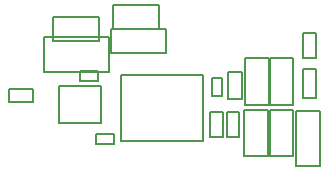
<source format=gbr>
G04*
G04 #@! TF.GenerationSoftware,Altium Limited,Altium Designer,24.2.2 (26)*
G04*
G04 Layer_Color=65535*
%FSLAX25Y25*%
%MOIN*%
G70*
G04*
G04 #@! TF.SameCoordinates,DA759692-2FDC-47FD-B5D7-4F029464E4A9*
G04*
G04*
G04 #@! TF.FilePolarity,Positive*
G04*
G01*
G75*
%ADD11C,0.00787*%
D11*
X160118Y-354264D02*
Y-332083D01*
X132732D02*
X160118D01*
X132732Y-354264D02*
Y-332083D01*
Y-354264D02*
X160118D01*
X95390Y-341238D02*
Y-337016D01*
Y-341238D02*
X103549D01*
Y-337016D01*
X95390D02*
X103549D01*
X191132Y-344371D02*
X199006D01*
X191132Y-362481D02*
Y-344371D01*
Y-362481D02*
X199006D01*
Y-344371D01*
X162356Y-344586D02*
X166578D01*
X162356Y-352746D02*
Y-344586D01*
Y-352746D02*
X166578D01*
Y-344586D01*
X126129Y-348229D02*
Y-336024D01*
X112133D02*
X126129D01*
X112133Y-348229D02*
Y-336024D01*
Y-348229D02*
X126129D01*
X182232Y-342079D02*
X190106D01*
Y-326700D01*
X182232D02*
X190106D01*
X182232Y-342079D02*
Y-326700D01*
X167936Y-344586D02*
X172158D01*
X167936Y-352746D02*
Y-344586D01*
Y-352746D02*
X172158D01*
Y-344586D01*
X163135Y-339266D02*
X166285D01*
Y-333313D01*
X163135D02*
X166285D01*
X163135Y-339266D02*
Y-333313D01*
X182232Y-343971D02*
X190106D01*
X182232Y-359349D02*
Y-343971D01*
Y-359349D02*
X190106D01*
Y-343971D01*
X125455Y-320900D02*
Y-313026D01*
X110076D02*
X125455D01*
X110076Y-320900D02*
Y-313026D01*
Y-320900D02*
X125455D01*
X130226Y-355118D02*
Y-351969D01*
X124273D02*
X130226D01*
X124273Y-355118D02*
Y-351969D01*
Y-355118D02*
X130226D01*
X193361Y-330087D02*
X197692D01*
X193361Y-339930D02*
Y-330087D01*
Y-339930D02*
X197692D01*
Y-330087D01*
X193415Y-318361D02*
X197638D01*
X193415Y-326521D02*
Y-318361D01*
Y-326521D02*
X197638D01*
Y-318361D01*
X173836Y-343971D02*
X181710D01*
X173836Y-359349D02*
Y-343971D01*
Y-359349D02*
X181710D01*
Y-343971D01*
X125145Y-334184D02*
Y-331034D01*
X119191D02*
X125145D01*
X119191Y-334184D02*
Y-331034D01*
Y-334184D02*
X125145D01*
X128605Y-331123D02*
Y-319681D01*
X106927D02*
X128605D01*
X106927Y-331123D02*
Y-319681D01*
Y-331123D02*
X128605D01*
X174155Y-342079D02*
X182029D01*
Y-326700D01*
X174155D02*
X182029D01*
X174155Y-342079D02*
Y-326700D01*
X168487Y-340231D02*
X173211D01*
Y-331175D01*
X168487D02*
X173211D01*
X168487Y-340231D02*
Y-331175D01*
X129550Y-324803D02*
Y-316929D01*
Y-324803D02*
X147660D01*
Y-316929D01*
X129550D02*
X147660D01*
X129964D02*
Y-309055D01*
Y-316929D02*
X145343D01*
Y-309055D01*
X129964D02*
X145343D01*
M02*

</source>
